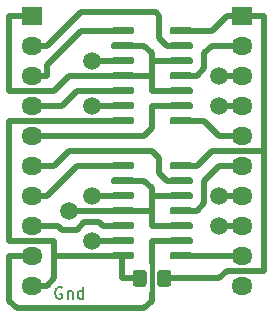
<source format=gbr>
G04 #@! TF.GenerationSoftware,KiCad,Pcbnew,(5.1.8)-1*
G04 #@! TF.CreationDate,2023-07-12T22:59:15+03:00*
G04 #@! TF.ProjectId,INV,494e562e-6b69-4636-9164-5f7063625858,rev?*
G04 #@! TF.SameCoordinates,PX48ab840PY2455c20*
G04 #@! TF.FileFunction,Copper,L1,Top*
G04 #@! TF.FilePolarity,Positive*
%FSLAX46Y46*%
G04 Gerber Fmt 4.6, Leading zero omitted, Abs format (unit mm)*
G04 Created by KiCad (PCBNEW (5.1.8)-1) date 2023-07-12 22:59:16*
%MOMM*%
%LPD*%
G01*
G04 APERTURE LIST*
G04 #@! TA.AperFunction,NonConductor*
%ADD10C,0.150000*%
G04 #@! TD*
G04 #@! TA.AperFunction,ComponentPad*
%ADD11O,1.800000X1.500000*%
G04 #@! TD*
G04 #@! TA.AperFunction,ComponentPad*
%ADD12R,1.800000X1.500000*%
G04 #@! TD*
G04 #@! TA.AperFunction,ViaPad*
%ADD13C,1.500000*%
G04 #@! TD*
G04 #@! TA.AperFunction,Conductor*
%ADD14C,0.500000*%
G04 #@! TD*
G04 #@! TA.AperFunction,Conductor*
%ADD15C,0.400000*%
G04 #@! TD*
G04 APERTURE END LIST*
D10*
X5072142Y-25535000D02*
X4976904Y-25487380D01*
X4834047Y-25487380D01*
X4691190Y-25535000D01*
X4595952Y-25630238D01*
X4548333Y-25725476D01*
X4500714Y-25915952D01*
X4500714Y-26058809D01*
X4548333Y-26249285D01*
X4595952Y-26344523D01*
X4691190Y-26439761D01*
X4834047Y-26487380D01*
X4929285Y-26487380D01*
X5072142Y-26439761D01*
X5119761Y-26392142D01*
X5119761Y-26058809D01*
X4929285Y-26058809D01*
X5548333Y-25820714D02*
X5548333Y-26487380D01*
X5548333Y-25915952D02*
X5595952Y-25868333D01*
X5691190Y-25820714D01*
X5834047Y-25820714D01*
X5929285Y-25868333D01*
X5976904Y-25963571D01*
X5976904Y-26487380D01*
X6881666Y-26487380D02*
X6881666Y-25487380D01*
X6881666Y-26439761D02*
X6786428Y-26487380D01*
X6595952Y-26487380D01*
X6500714Y-26439761D01*
X6453095Y-26392142D01*
X6405476Y-26296904D01*
X6405476Y-26011190D01*
X6453095Y-25915952D01*
X6500714Y-25868333D01*
X6595952Y-25820714D01*
X6786428Y-25820714D01*
X6881666Y-25868333D01*
D11*
X20320000Y-25400000D03*
X20320000Y-22860000D03*
X20320000Y-20320000D03*
X20320000Y-17780000D03*
X20320000Y-15240000D03*
X20320000Y-12700000D03*
X20320000Y-10160000D03*
X20320000Y-7620000D03*
X20320000Y-5080000D03*
D12*
X20320000Y-2540000D03*
D11*
X2540000Y-25400000D03*
X2540000Y-22860000D03*
X2540000Y-20320000D03*
X2540000Y-17780000D03*
X2540000Y-15240000D03*
X2540000Y-12700000D03*
X2540000Y-10160000D03*
X2540000Y-7620000D03*
X2540000Y-5080000D03*
D12*
X2540000Y-2540000D03*
G04 #@! TA.AperFunction,SMDPad,CuDef*
G36*
G01*
X12250000Y-24290000D02*
X12250000Y-25240000D01*
G75*
G02*
X12000000Y-25490000I-250000J0D01*
G01*
X11325000Y-25490000D01*
G75*
G02*
X11075000Y-25240000I0J250000D01*
G01*
X11075000Y-24290000D01*
G75*
G02*
X11325000Y-24040000I250000J0D01*
G01*
X12000000Y-24040000D01*
G75*
G02*
X12250000Y-24290000I0J-250000D01*
G01*
G37*
G04 #@! TD.AperFunction*
G04 #@! TA.AperFunction,SMDPad,CuDef*
G36*
G01*
X14325000Y-24290000D02*
X14325000Y-25240000D01*
G75*
G02*
X14075000Y-25490000I-250000J0D01*
G01*
X13400000Y-25490000D01*
G75*
G02*
X13150000Y-25240000I0J250000D01*
G01*
X13150000Y-24290000D01*
G75*
G02*
X13400000Y-24040000I250000J0D01*
G01*
X14075000Y-24040000D01*
G75*
G02*
X14325000Y-24290000I0J-250000D01*
G01*
G37*
G04 #@! TD.AperFunction*
G04 #@! TA.AperFunction,SMDPad,CuDef*
G36*
G01*
X9250000Y-3960000D02*
X9250000Y-3660000D01*
G75*
G02*
X9400000Y-3510000I150000J0D01*
G01*
X11050000Y-3510000D01*
G75*
G02*
X11200000Y-3660000I0J-150000D01*
G01*
X11200000Y-3960000D01*
G75*
G02*
X11050000Y-4110000I-150000J0D01*
G01*
X9400000Y-4110000D01*
G75*
G02*
X9250000Y-3960000I0J150000D01*
G01*
G37*
G04 #@! TD.AperFunction*
G04 #@! TA.AperFunction,SMDPad,CuDef*
G36*
G01*
X9250000Y-5230000D02*
X9250000Y-4930000D01*
G75*
G02*
X9400000Y-4780000I150000J0D01*
G01*
X11050000Y-4780000D01*
G75*
G02*
X11200000Y-4930000I0J-150000D01*
G01*
X11200000Y-5230000D01*
G75*
G02*
X11050000Y-5380000I-150000J0D01*
G01*
X9400000Y-5380000D01*
G75*
G02*
X9250000Y-5230000I0J150000D01*
G01*
G37*
G04 #@! TD.AperFunction*
G04 #@! TA.AperFunction,SMDPad,CuDef*
G36*
G01*
X9250000Y-6500000D02*
X9250000Y-6200000D01*
G75*
G02*
X9400000Y-6050000I150000J0D01*
G01*
X11050000Y-6050000D01*
G75*
G02*
X11200000Y-6200000I0J-150000D01*
G01*
X11200000Y-6500000D01*
G75*
G02*
X11050000Y-6650000I-150000J0D01*
G01*
X9400000Y-6650000D01*
G75*
G02*
X9250000Y-6500000I0J150000D01*
G01*
G37*
G04 #@! TD.AperFunction*
G04 #@! TA.AperFunction,SMDPad,CuDef*
G36*
G01*
X9250000Y-7770000D02*
X9250000Y-7470000D01*
G75*
G02*
X9400000Y-7320000I150000J0D01*
G01*
X11050000Y-7320000D01*
G75*
G02*
X11200000Y-7470000I0J-150000D01*
G01*
X11200000Y-7770000D01*
G75*
G02*
X11050000Y-7920000I-150000J0D01*
G01*
X9400000Y-7920000D01*
G75*
G02*
X9250000Y-7770000I0J150000D01*
G01*
G37*
G04 #@! TD.AperFunction*
G04 #@! TA.AperFunction,SMDPad,CuDef*
G36*
G01*
X9250000Y-9040000D02*
X9250000Y-8740000D01*
G75*
G02*
X9400000Y-8590000I150000J0D01*
G01*
X11050000Y-8590000D01*
G75*
G02*
X11200000Y-8740000I0J-150000D01*
G01*
X11200000Y-9040000D01*
G75*
G02*
X11050000Y-9190000I-150000J0D01*
G01*
X9400000Y-9190000D01*
G75*
G02*
X9250000Y-9040000I0J150000D01*
G01*
G37*
G04 #@! TD.AperFunction*
G04 #@! TA.AperFunction,SMDPad,CuDef*
G36*
G01*
X9250000Y-10310000D02*
X9250000Y-10010000D01*
G75*
G02*
X9400000Y-9860000I150000J0D01*
G01*
X11050000Y-9860000D01*
G75*
G02*
X11200000Y-10010000I0J-150000D01*
G01*
X11200000Y-10310000D01*
G75*
G02*
X11050000Y-10460000I-150000J0D01*
G01*
X9400000Y-10460000D01*
G75*
G02*
X9250000Y-10310000I0J150000D01*
G01*
G37*
G04 #@! TD.AperFunction*
G04 #@! TA.AperFunction,SMDPad,CuDef*
G36*
G01*
X9250000Y-11580000D02*
X9250000Y-11280000D01*
G75*
G02*
X9400000Y-11130000I150000J0D01*
G01*
X11050000Y-11130000D01*
G75*
G02*
X11200000Y-11280000I0J-150000D01*
G01*
X11200000Y-11580000D01*
G75*
G02*
X11050000Y-11730000I-150000J0D01*
G01*
X9400000Y-11730000D01*
G75*
G02*
X9250000Y-11580000I0J150000D01*
G01*
G37*
G04 #@! TD.AperFunction*
G04 #@! TA.AperFunction,SMDPad,CuDef*
G36*
G01*
X14200000Y-11580000D02*
X14200000Y-11280000D01*
G75*
G02*
X14350000Y-11130000I150000J0D01*
G01*
X16000000Y-11130000D01*
G75*
G02*
X16150000Y-11280000I0J-150000D01*
G01*
X16150000Y-11580000D01*
G75*
G02*
X16000000Y-11730000I-150000J0D01*
G01*
X14350000Y-11730000D01*
G75*
G02*
X14200000Y-11580000I0J150000D01*
G01*
G37*
G04 #@! TD.AperFunction*
G04 #@! TA.AperFunction,SMDPad,CuDef*
G36*
G01*
X14200000Y-10310000D02*
X14200000Y-10010000D01*
G75*
G02*
X14350000Y-9860000I150000J0D01*
G01*
X16000000Y-9860000D01*
G75*
G02*
X16150000Y-10010000I0J-150000D01*
G01*
X16150000Y-10310000D01*
G75*
G02*
X16000000Y-10460000I-150000J0D01*
G01*
X14350000Y-10460000D01*
G75*
G02*
X14200000Y-10310000I0J150000D01*
G01*
G37*
G04 #@! TD.AperFunction*
G04 #@! TA.AperFunction,SMDPad,CuDef*
G36*
G01*
X14200000Y-9040000D02*
X14200000Y-8740000D01*
G75*
G02*
X14350000Y-8590000I150000J0D01*
G01*
X16000000Y-8590000D01*
G75*
G02*
X16150000Y-8740000I0J-150000D01*
G01*
X16150000Y-9040000D01*
G75*
G02*
X16000000Y-9190000I-150000J0D01*
G01*
X14350000Y-9190000D01*
G75*
G02*
X14200000Y-9040000I0J150000D01*
G01*
G37*
G04 #@! TD.AperFunction*
G04 #@! TA.AperFunction,SMDPad,CuDef*
G36*
G01*
X14200000Y-7770000D02*
X14200000Y-7470000D01*
G75*
G02*
X14350000Y-7320000I150000J0D01*
G01*
X16000000Y-7320000D01*
G75*
G02*
X16150000Y-7470000I0J-150000D01*
G01*
X16150000Y-7770000D01*
G75*
G02*
X16000000Y-7920000I-150000J0D01*
G01*
X14350000Y-7920000D01*
G75*
G02*
X14200000Y-7770000I0J150000D01*
G01*
G37*
G04 #@! TD.AperFunction*
G04 #@! TA.AperFunction,SMDPad,CuDef*
G36*
G01*
X14200000Y-6500000D02*
X14200000Y-6200000D01*
G75*
G02*
X14350000Y-6050000I150000J0D01*
G01*
X16000000Y-6050000D01*
G75*
G02*
X16150000Y-6200000I0J-150000D01*
G01*
X16150000Y-6500000D01*
G75*
G02*
X16000000Y-6650000I-150000J0D01*
G01*
X14350000Y-6650000D01*
G75*
G02*
X14200000Y-6500000I0J150000D01*
G01*
G37*
G04 #@! TD.AperFunction*
G04 #@! TA.AperFunction,SMDPad,CuDef*
G36*
G01*
X14200000Y-5230000D02*
X14200000Y-4930000D01*
G75*
G02*
X14350000Y-4780000I150000J0D01*
G01*
X16000000Y-4780000D01*
G75*
G02*
X16150000Y-4930000I0J-150000D01*
G01*
X16150000Y-5230000D01*
G75*
G02*
X16000000Y-5380000I-150000J0D01*
G01*
X14350000Y-5380000D01*
G75*
G02*
X14200000Y-5230000I0J150000D01*
G01*
G37*
G04 #@! TD.AperFunction*
G04 #@! TA.AperFunction,SMDPad,CuDef*
G36*
G01*
X14200000Y-3960000D02*
X14200000Y-3660000D01*
G75*
G02*
X14350000Y-3510000I150000J0D01*
G01*
X16000000Y-3510000D01*
G75*
G02*
X16150000Y-3660000I0J-150000D01*
G01*
X16150000Y-3960000D01*
G75*
G02*
X16000000Y-4110000I-150000J0D01*
G01*
X14350000Y-4110000D01*
G75*
G02*
X14200000Y-3960000I0J150000D01*
G01*
G37*
G04 #@! TD.AperFunction*
G04 #@! TA.AperFunction,SMDPad,CuDef*
G36*
G01*
X14200000Y-15390000D02*
X14200000Y-15090000D01*
G75*
G02*
X14350000Y-14940000I150000J0D01*
G01*
X16000000Y-14940000D01*
G75*
G02*
X16150000Y-15090000I0J-150000D01*
G01*
X16150000Y-15390000D01*
G75*
G02*
X16000000Y-15540000I-150000J0D01*
G01*
X14350000Y-15540000D01*
G75*
G02*
X14200000Y-15390000I0J150000D01*
G01*
G37*
G04 #@! TD.AperFunction*
G04 #@! TA.AperFunction,SMDPad,CuDef*
G36*
G01*
X14200000Y-16660000D02*
X14200000Y-16360000D01*
G75*
G02*
X14350000Y-16210000I150000J0D01*
G01*
X16000000Y-16210000D01*
G75*
G02*
X16150000Y-16360000I0J-150000D01*
G01*
X16150000Y-16660000D01*
G75*
G02*
X16000000Y-16810000I-150000J0D01*
G01*
X14350000Y-16810000D01*
G75*
G02*
X14200000Y-16660000I0J150000D01*
G01*
G37*
G04 #@! TD.AperFunction*
G04 #@! TA.AperFunction,SMDPad,CuDef*
G36*
G01*
X14200000Y-17930000D02*
X14200000Y-17630000D01*
G75*
G02*
X14350000Y-17480000I150000J0D01*
G01*
X16000000Y-17480000D01*
G75*
G02*
X16150000Y-17630000I0J-150000D01*
G01*
X16150000Y-17930000D01*
G75*
G02*
X16000000Y-18080000I-150000J0D01*
G01*
X14350000Y-18080000D01*
G75*
G02*
X14200000Y-17930000I0J150000D01*
G01*
G37*
G04 #@! TD.AperFunction*
G04 #@! TA.AperFunction,SMDPad,CuDef*
G36*
G01*
X14200000Y-19200000D02*
X14200000Y-18900000D01*
G75*
G02*
X14350000Y-18750000I150000J0D01*
G01*
X16000000Y-18750000D01*
G75*
G02*
X16150000Y-18900000I0J-150000D01*
G01*
X16150000Y-19200000D01*
G75*
G02*
X16000000Y-19350000I-150000J0D01*
G01*
X14350000Y-19350000D01*
G75*
G02*
X14200000Y-19200000I0J150000D01*
G01*
G37*
G04 #@! TD.AperFunction*
G04 #@! TA.AperFunction,SMDPad,CuDef*
G36*
G01*
X14200000Y-20470000D02*
X14200000Y-20170000D01*
G75*
G02*
X14350000Y-20020000I150000J0D01*
G01*
X16000000Y-20020000D01*
G75*
G02*
X16150000Y-20170000I0J-150000D01*
G01*
X16150000Y-20470000D01*
G75*
G02*
X16000000Y-20620000I-150000J0D01*
G01*
X14350000Y-20620000D01*
G75*
G02*
X14200000Y-20470000I0J150000D01*
G01*
G37*
G04 #@! TD.AperFunction*
G04 #@! TA.AperFunction,SMDPad,CuDef*
G36*
G01*
X14200000Y-21740000D02*
X14200000Y-21440000D01*
G75*
G02*
X14350000Y-21290000I150000J0D01*
G01*
X16000000Y-21290000D01*
G75*
G02*
X16150000Y-21440000I0J-150000D01*
G01*
X16150000Y-21740000D01*
G75*
G02*
X16000000Y-21890000I-150000J0D01*
G01*
X14350000Y-21890000D01*
G75*
G02*
X14200000Y-21740000I0J150000D01*
G01*
G37*
G04 #@! TD.AperFunction*
G04 #@! TA.AperFunction,SMDPad,CuDef*
G36*
G01*
X14200000Y-23010000D02*
X14200000Y-22710000D01*
G75*
G02*
X14350000Y-22560000I150000J0D01*
G01*
X16000000Y-22560000D01*
G75*
G02*
X16150000Y-22710000I0J-150000D01*
G01*
X16150000Y-23010000D01*
G75*
G02*
X16000000Y-23160000I-150000J0D01*
G01*
X14350000Y-23160000D01*
G75*
G02*
X14200000Y-23010000I0J150000D01*
G01*
G37*
G04 #@! TD.AperFunction*
G04 #@! TA.AperFunction,SMDPad,CuDef*
G36*
G01*
X9250000Y-23010000D02*
X9250000Y-22710000D01*
G75*
G02*
X9400000Y-22560000I150000J0D01*
G01*
X11050000Y-22560000D01*
G75*
G02*
X11200000Y-22710000I0J-150000D01*
G01*
X11200000Y-23010000D01*
G75*
G02*
X11050000Y-23160000I-150000J0D01*
G01*
X9400000Y-23160000D01*
G75*
G02*
X9250000Y-23010000I0J150000D01*
G01*
G37*
G04 #@! TD.AperFunction*
G04 #@! TA.AperFunction,SMDPad,CuDef*
G36*
G01*
X9250000Y-21740000D02*
X9250000Y-21440000D01*
G75*
G02*
X9400000Y-21290000I150000J0D01*
G01*
X11050000Y-21290000D01*
G75*
G02*
X11200000Y-21440000I0J-150000D01*
G01*
X11200000Y-21740000D01*
G75*
G02*
X11050000Y-21890000I-150000J0D01*
G01*
X9400000Y-21890000D01*
G75*
G02*
X9250000Y-21740000I0J150000D01*
G01*
G37*
G04 #@! TD.AperFunction*
G04 #@! TA.AperFunction,SMDPad,CuDef*
G36*
G01*
X9250000Y-20470000D02*
X9250000Y-20170000D01*
G75*
G02*
X9400000Y-20020000I150000J0D01*
G01*
X11050000Y-20020000D01*
G75*
G02*
X11200000Y-20170000I0J-150000D01*
G01*
X11200000Y-20470000D01*
G75*
G02*
X11050000Y-20620000I-150000J0D01*
G01*
X9400000Y-20620000D01*
G75*
G02*
X9250000Y-20470000I0J150000D01*
G01*
G37*
G04 #@! TD.AperFunction*
G04 #@! TA.AperFunction,SMDPad,CuDef*
G36*
G01*
X9250000Y-19200000D02*
X9250000Y-18900000D01*
G75*
G02*
X9400000Y-18750000I150000J0D01*
G01*
X11050000Y-18750000D01*
G75*
G02*
X11200000Y-18900000I0J-150000D01*
G01*
X11200000Y-19200000D01*
G75*
G02*
X11050000Y-19350000I-150000J0D01*
G01*
X9400000Y-19350000D01*
G75*
G02*
X9250000Y-19200000I0J150000D01*
G01*
G37*
G04 #@! TD.AperFunction*
G04 #@! TA.AperFunction,SMDPad,CuDef*
G36*
G01*
X9250000Y-17930000D02*
X9250000Y-17630000D01*
G75*
G02*
X9400000Y-17480000I150000J0D01*
G01*
X11050000Y-17480000D01*
G75*
G02*
X11200000Y-17630000I0J-150000D01*
G01*
X11200000Y-17930000D01*
G75*
G02*
X11050000Y-18080000I-150000J0D01*
G01*
X9400000Y-18080000D01*
G75*
G02*
X9250000Y-17930000I0J150000D01*
G01*
G37*
G04 #@! TD.AperFunction*
G04 #@! TA.AperFunction,SMDPad,CuDef*
G36*
G01*
X9250000Y-16660000D02*
X9250000Y-16360000D01*
G75*
G02*
X9400000Y-16210000I150000J0D01*
G01*
X11050000Y-16210000D01*
G75*
G02*
X11200000Y-16360000I0J-150000D01*
G01*
X11200000Y-16660000D01*
G75*
G02*
X11050000Y-16810000I-150000J0D01*
G01*
X9400000Y-16810000D01*
G75*
G02*
X9250000Y-16660000I0J150000D01*
G01*
G37*
G04 #@! TD.AperFunction*
G04 #@! TA.AperFunction,SMDPad,CuDef*
G36*
G01*
X9250000Y-15390000D02*
X9250000Y-15090000D01*
G75*
G02*
X9400000Y-14940000I150000J0D01*
G01*
X11050000Y-14940000D01*
G75*
G02*
X11200000Y-15090000I0J-150000D01*
G01*
X11200000Y-15390000D01*
G75*
G02*
X11050000Y-15540000I-150000J0D01*
G01*
X9400000Y-15540000D01*
G75*
G02*
X9250000Y-15390000I0J150000D01*
G01*
G37*
G04 #@! TD.AperFunction*
D13*
X7620000Y-21590000D03*
X18415000Y-20320000D03*
X7620000Y-17780000D03*
X18415000Y-17780000D03*
X7620000Y-10160000D03*
X18415000Y-10160000D03*
X7620000Y-6350000D03*
X18415000Y-7620000D03*
X5715000Y-19050000D03*
D14*
X17780000Y-3810000D02*
X19050000Y-2540000D01*
X15175000Y-3810000D02*
X17780000Y-3810000D01*
X18415000Y-24765000D02*
X13737500Y-24765000D01*
X19050000Y-24130000D02*
X18415000Y-24765000D01*
X22225000Y-24130000D02*
X19050000Y-24130000D01*
X22225000Y-2540000D02*
X22225000Y-13970000D01*
X22225000Y-13970000D02*
X22225000Y-24130000D01*
X16510000Y-15240000D02*
X15175000Y-15240000D01*
X17780000Y-13970000D02*
X16510000Y-15240000D01*
X22225000Y-13970000D02*
X17780000Y-13970000D01*
X19050000Y-2540000D02*
X22225000Y-2540000D01*
X11662500Y-24765000D02*
X10160000Y-24765000D01*
X10160000Y-22925000D02*
X10225000Y-22860000D01*
X10160000Y-24765000D02*
X10160000Y-22925000D01*
X635000Y-11430000D02*
X635000Y-21590000D01*
X10225000Y-11430000D02*
X635000Y-11430000D01*
X635000Y-21590000D02*
X4445000Y-21590000D01*
X6350000Y-22860000D02*
X4445000Y-22860000D01*
X10225000Y-22860000D02*
X6350000Y-22860000D01*
X4445000Y-21590000D02*
X4445000Y-22860000D01*
X3810000Y-25400000D02*
X2540000Y-25400000D01*
X4445000Y-24765000D02*
X3810000Y-25400000D01*
X4445000Y-22860000D02*
X4445000Y-24765000D01*
X15175000Y-22860000D02*
X20320000Y-22860000D01*
X10225000Y-21590000D02*
X7620000Y-21590000D01*
X20320000Y-20320000D02*
X18415000Y-20320000D01*
X20320000Y-20320000D02*
X20320000Y-20320000D01*
X7620000Y-21590000D02*
X7620000Y-21590000D01*
X10225000Y-17780000D02*
X8255000Y-17780000D01*
X8255000Y-17780000D02*
X8255000Y-17780000D01*
X7620000Y-17780000D02*
X8255000Y-17780000D01*
X18415000Y-17780000D02*
X20320000Y-17780000D01*
X17145000Y-18415000D02*
X16510000Y-19050000D01*
X17145000Y-16510000D02*
X17145000Y-18415000D01*
X18415000Y-15240000D02*
X17145000Y-16510000D01*
X16510000Y-19050000D02*
X15175000Y-19050000D01*
X20320000Y-15240000D02*
X18415000Y-15240000D01*
X20320000Y-12700000D02*
X18415000Y-12700000D01*
X18415000Y-12700000D02*
X17145000Y-11430000D01*
X17145000Y-11430000D02*
X15175000Y-11430000D01*
X10225000Y-10160000D02*
X8255000Y-10160000D01*
X8255000Y-10160000D02*
X7620000Y-10160000D01*
X7620000Y-10160000D02*
X7620000Y-10160000D01*
X20320000Y-10160000D02*
X18415000Y-10160000D01*
X20320000Y-10160000D02*
X20320000Y-10160000D01*
X10225000Y-6350000D02*
X7620000Y-6350000D01*
X7620000Y-6350000D02*
X7620000Y-6350000D01*
X20320000Y-7620000D02*
X18415000Y-7620000D01*
X20320000Y-7620000D02*
X20320000Y-7620000D01*
X16510000Y-7620000D02*
X15175000Y-7620000D01*
X17145000Y-6985000D02*
X16510000Y-7620000D01*
X17145000Y-5715000D02*
X17145000Y-6985000D01*
X17780000Y-5080000D02*
X17145000Y-5715000D01*
X20320000Y-5080000D02*
X17780000Y-5080000D01*
X15175000Y-21590000D02*
X12700000Y-21590000D01*
X12700000Y-21590000D02*
X12700000Y-23495000D01*
D15*
X12700000Y-23495000D02*
X12700000Y-26035000D01*
D14*
X12700000Y-26670000D02*
X12700000Y-26035000D01*
X12065000Y-27305000D02*
X12700000Y-26670000D01*
X1270000Y-27305000D02*
X12065000Y-27305000D01*
X635000Y-26670000D02*
X1270000Y-27305000D01*
X635000Y-22860000D02*
X635000Y-26670000D01*
X2540000Y-22860000D02*
X635000Y-22860000D01*
X8572500Y-20320000D02*
X10225000Y-20320000D01*
X8255000Y-20002500D02*
X8572500Y-20320000D01*
X6350000Y-20637500D02*
X6985000Y-20002500D01*
X5080000Y-20637500D02*
X6350000Y-20637500D01*
X6985000Y-20002500D02*
X8255000Y-20002500D01*
X4762500Y-20320000D02*
X5080000Y-20637500D01*
X2540000Y-20320000D02*
X4762500Y-20320000D01*
X3810000Y-17780000D02*
X2540000Y-17780000D01*
X6350000Y-15240000D02*
X3810000Y-17780000D01*
X10225000Y-15240000D02*
X6350000Y-15240000D01*
X5715000Y-13970000D02*
X4445000Y-15240000D01*
X4445000Y-15240000D02*
X2540000Y-15240000D01*
X12700000Y-13970000D02*
X5715000Y-13970000D01*
X13335000Y-14605000D02*
X12700000Y-13970000D01*
X13335000Y-15875000D02*
X13335000Y-14605000D01*
X13970000Y-16510000D02*
X13335000Y-15875000D01*
X15175000Y-16510000D02*
X13970000Y-16510000D01*
X10795000Y-12700000D02*
X2540000Y-12700000D01*
X15175000Y-10160000D02*
X12700000Y-10160000D01*
X12700000Y-12065000D02*
X12065000Y-12700000D01*
X12065000Y-12700000D02*
X10795000Y-12700000D01*
X12700000Y-10160000D02*
X12700000Y-12065000D01*
X5080000Y-10160000D02*
X2540000Y-10160000D01*
X6350000Y-8890000D02*
X5080000Y-10160000D01*
X10225000Y-8890000D02*
X6350000Y-8890000D01*
X7620000Y-3810000D02*
X10225000Y-3810000D01*
X6667500Y-3810000D02*
X7620000Y-3810000D01*
X3810000Y-6667500D02*
X6667500Y-3810000D01*
X3810000Y-7620000D02*
X3810000Y-6667500D01*
X2540000Y-7620000D02*
X3810000Y-7620000D01*
X3810000Y-5080000D02*
X2540000Y-5080000D01*
X6667500Y-2222500D02*
X3810000Y-5080000D01*
X13335000Y-2540000D02*
X13017500Y-2222500D01*
X13017500Y-2222500D02*
X6667500Y-2222500D01*
X13335000Y-4445000D02*
X13335000Y-2540000D01*
X13970000Y-5080000D02*
X13335000Y-4445000D01*
X15175000Y-5080000D02*
X13970000Y-5080000D01*
X12700000Y-8890000D02*
X15175000Y-8890000D01*
X12700000Y-6350000D02*
X15175000Y-6350000D01*
X12065000Y-5080000D02*
X12700000Y-5715000D01*
X12700000Y-5715000D02*
X12700000Y-6350000D01*
X10225000Y-5080000D02*
X12065000Y-5080000D01*
X10225000Y-7620000D02*
X12700000Y-7620000D01*
X12700000Y-7620000D02*
X12700000Y-8890000D01*
X12700000Y-6350000D02*
X12700000Y-7620000D01*
X635000Y-8890000D02*
X635000Y-2540000D01*
X635000Y-2540000D02*
X2540000Y-2540000D01*
X4445000Y-8890000D02*
X635000Y-8890000D01*
X5715000Y-7620000D02*
X4445000Y-8890000D01*
X10225000Y-7620000D02*
X5715000Y-7620000D01*
X5715000Y-7620000D02*
X5715000Y-7620000D01*
X12700000Y-20320000D02*
X15175000Y-20320000D01*
X12700000Y-17780000D02*
X15175000Y-17780000D01*
X12065000Y-16510000D02*
X12700000Y-17145000D01*
X12700000Y-17780000D02*
X12700000Y-17145000D01*
X10225000Y-16510000D02*
X12065000Y-16510000D01*
X10225000Y-19050000D02*
X12700000Y-19050000D01*
X12700000Y-19050000D02*
X12700000Y-17780000D01*
X12700000Y-20320000D02*
X12700000Y-19050000D01*
X10225000Y-19050000D02*
X5715000Y-19050000D01*
X5715000Y-19050000D02*
X5715000Y-19050000D01*
M02*

</source>
